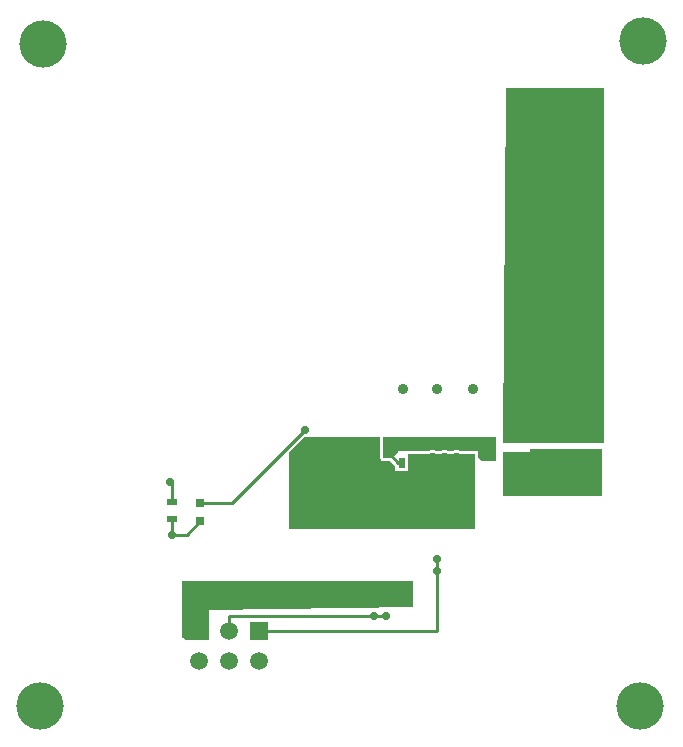
<source format=gbl>
G04*
G04 #@! TF.GenerationSoftware,Altium Limited,Altium Designer,18.0.7 (293)*
G04*
G04 Layer_Physical_Order=2*
G04 Layer_Color=16711680*
%FSLAX25Y25*%
%MOIN*%
G70*
G01*
G75*
%ADD12C,0.01000*%
%ADD18R,0.07087X0.05118*%
%ADD19R,0.03000X0.03000*%
%ADD20R,0.03543X0.02362*%
%ADD21R,0.02362X0.03543*%
%ADD57C,0.07874*%
%ADD58C,0.05906*%
%ADD59R,0.05906X0.05906*%
%ADD60C,0.15748*%
%ADD61C,0.03500*%
%ADD62C,0.02756*%
G36*
X458500Y317500D02*
X458500Y302968D01*
X425355D01*
X425002Y303322D01*
X425738Y421500D01*
X458500D01*
Y317500D01*
D02*
G37*
G36*
X422500Y297000D02*
X418000D01*
X416500Y298500D01*
Y300500D01*
X410651D01*
X410218Y300679D01*
X409500Y300774D01*
X408782Y300679D01*
X408349Y300500D01*
X406651D01*
X406218Y300679D01*
X405500Y300774D01*
X404782Y300679D01*
X404349Y300500D01*
X402651D01*
X402218Y300679D01*
X401500Y300774D01*
X400782Y300679D01*
X400349Y300500D01*
X390000D01*
Y300000D01*
X388000Y298000D01*
X385000D01*
Y305000D01*
X422500D01*
Y297000D01*
D02*
G37*
G36*
X458000Y285500D02*
X425000D01*
Y300000D01*
X434000D01*
Y301000D01*
X458000D01*
Y285500D01*
D02*
G37*
G36*
X383980Y298000D02*
X384058Y297610D01*
X384279Y297279D01*
X384610Y297058D01*
X385000Y296980D01*
X387357D01*
X388913Y295424D01*
Y293728D01*
X393276D01*
Y299272D01*
X393689Y299480D01*
X400349D01*
X400740Y299558D01*
X401048Y299686D01*
X401500Y299745D01*
X401952Y299686D01*
X402260Y299558D01*
X402651Y299480D01*
X404349D01*
X404740Y299558D01*
X405048Y299686D01*
X405500Y299745D01*
X405952Y299686D01*
X406260Y299558D01*
X406651Y299480D01*
X408349D01*
X408740Y299558D01*
X409048Y299686D01*
X409500Y299745D01*
X409952Y299686D01*
X410260Y299558D01*
X410651Y299480D01*
X415480D01*
Y298500D01*
X415500Y298401D01*
X415500Y274500D01*
X353500D01*
X353500Y299837D01*
X358663Y305000D01*
X383980Y305000D01*
Y298000D01*
D02*
G37*
G36*
X395000Y248500D02*
X327000Y247500D01*
Y237500D01*
X319000D01*
X318500Y238000D01*
X318462Y237962D01*
X318000Y238153D01*
Y257000D01*
X395000D01*
Y248500D01*
D02*
G37*
D12*
X387500Y299000D02*
X390000Y296500D01*
X387500Y299000D02*
Y300000D01*
X390000Y296500D02*
X391094D01*
X399500D02*
X401500Y298500D01*
X333500Y245500D02*
X382000D01*
X333500Y240500D02*
Y245500D01*
X403000Y260500D02*
Y264500D01*
Y240500D02*
Y260500D01*
X343500Y240500D02*
X403000D01*
X382000Y245500D02*
X386000D01*
X334500Y283000D02*
X359000Y307500D01*
X324000Y283000D02*
X334500D01*
X319500Y272500D02*
X324000Y277000D01*
X314500Y272500D02*
X319500D01*
X314000Y290000D02*
X314500Y289500D01*
Y283500D02*
Y289500D01*
Y272500D02*
Y277594D01*
X397000Y296500D02*
X399500D01*
D18*
X429000Y296988D02*
D03*
Y308012D02*
D03*
D19*
X324000Y277000D02*
D03*
Y283000D02*
D03*
D20*
X314500Y277594D02*
D03*
Y283500D02*
D03*
X437500Y299594D02*
D03*
Y305500D02*
D03*
D21*
X397000Y296500D02*
D03*
X391094D02*
D03*
D57*
X453000Y297000D02*
D03*
Y307000D02*
D03*
D58*
X323500Y230500D02*
D03*
X333500D02*
D03*
X343500D02*
D03*
X323500Y240500D02*
D03*
X333500D02*
D03*
D59*
X343500D02*
D03*
D60*
X270500Y215500D02*
D03*
X470500D02*
D03*
X471500Y437000D02*
D03*
X271500Y436000D02*
D03*
D61*
X410500Y294000D02*
D03*
X406000D02*
D03*
X402000D02*
D03*
X420000Y299000D02*
D03*
X387500Y303000D02*
D03*
X401500Y298000D02*
D03*
X405500D02*
D03*
X409500D02*
D03*
X415000Y321000D02*
D03*
X391500D02*
D03*
X403000D02*
D03*
D62*
X387500Y300000D02*
D03*
X403000Y260500D02*
D03*
X382000Y245500D02*
D03*
X386000D02*
D03*
X391500Y250500D02*
D03*
X387500D02*
D03*
X403000Y264500D02*
D03*
X437000Y291000D02*
D03*
X433000D02*
D03*
X429000D02*
D03*
X438500Y399500D02*
D03*
Y395500D02*
D03*
X442500Y399500D02*
D03*
Y395500D02*
D03*
X446500Y399500D02*
D03*
Y395500D02*
D03*
X438500Y416500D02*
D03*
Y412500D02*
D03*
X442500Y416500D02*
D03*
Y412500D02*
D03*
X446500Y416500D02*
D03*
Y412500D02*
D03*
Y404500D02*
D03*
Y408500D02*
D03*
X442500Y404500D02*
D03*
Y408500D02*
D03*
X438500Y404500D02*
D03*
Y408500D02*
D03*
X378000Y299500D02*
D03*
X381500D02*
D03*
X378000Y303000D02*
D03*
X381500D02*
D03*
X359000Y307500D02*
D03*
X314500Y272500D02*
D03*
X314000Y290000D02*
D03*
X359500Y278500D02*
D03*
X363500D02*
D03*
X359500Y282500D02*
D03*
X363500D02*
D03*
X359500Y286500D02*
D03*
X363500D02*
D03*
X420000Y303000D02*
D03*
M02*

</source>
